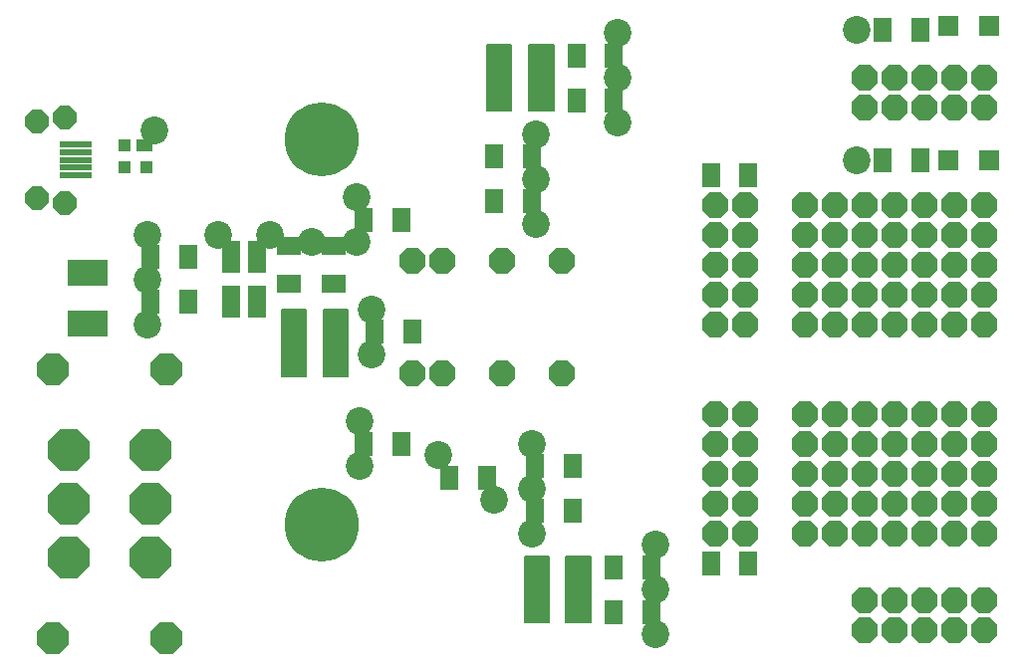
<source format=gts>
G75*
%MOIN*%
%OFA0B0*%
%FSLAX25Y25*%
%IPPOS*%
%LPD*%
%AMOC8*
5,1,8,0,0,1.08239X$1,22.5*
%
%ADD10OC8,0.08800*%
%ADD11R,0.10839X0.02375*%
%ADD12OC8,0.07800*%
%ADD13R,0.06312X0.07887*%
%ADD14R,0.05524X0.04343*%
%ADD15R,0.03950X0.04343*%
%ADD16R,0.13792X0.08792*%
%ADD17R,0.06706X0.06706*%
%ADD18OC8,0.13800*%
%ADD19OC8,0.10550*%
%ADD20R,0.01800X0.01800*%
%ADD21C,0.00500*%
%ADD22R,0.05918X0.10643*%
%ADD23R,0.07887X0.06312*%
%ADD24C,0.24800*%
%ADD25C,0.09300*%
D10*
X0142500Y0101500D03*
X0152500Y0101500D03*
X0172500Y0101500D03*
X0192500Y0101500D03*
X0243750Y0087750D03*
X0253750Y0087750D03*
X0253750Y0077750D03*
X0243750Y0077750D03*
X0243750Y0067750D03*
X0253750Y0067750D03*
X0253750Y0057750D03*
X0243750Y0057750D03*
X0243750Y0047750D03*
X0253750Y0047750D03*
X0273750Y0047750D03*
X0283750Y0047750D03*
X0293750Y0047750D03*
X0303750Y0047750D03*
X0313750Y0047750D03*
X0323750Y0047750D03*
X0333750Y0047750D03*
X0333750Y0057750D03*
X0323750Y0057750D03*
X0313750Y0057750D03*
X0303750Y0057750D03*
X0293750Y0057750D03*
X0283750Y0057750D03*
X0273750Y0057750D03*
X0273750Y0067750D03*
X0283750Y0067750D03*
X0293750Y0067750D03*
X0303750Y0067750D03*
X0313750Y0067750D03*
X0323750Y0067750D03*
X0333750Y0067750D03*
X0333750Y0077750D03*
X0323750Y0077750D03*
X0313750Y0077750D03*
X0303750Y0077750D03*
X0293750Y0077750D03*
X0283750Y0077750D03*
X0273750Y0077750D03*
X0273750Y0087750D03*
X0283750Y0087750D03*
X0293750Y0087750D03*
X0303750Y0087750D03*
X0313750Y0087750D03*
X0323750Y0087750D03*
X0333750Y0087750D03*
X0333750Y0117750D03*
X0323750Y0117750D03*
X0313750Y0117750D03*
X0303750Y0117750D03*
X0293750Y0117750D03*
X0283750Y0117750D03*
X0273750Y0117750D03*
X0273750Y0127750D03*
X0283750Y0127750D03*
X0293750Y0127750D03*
X0303750Y0127750D03*
X0313750Y0127750D03*
X0323750Y0127750D03*
X0333750Y0127750D03*
X0333750Y0137750D03*
X0323750Y0137750D03*
X0313750Y0137750D03*
X0303750Y0137750D03*
X0293750Y0137750D03*
X0283750Y0137750D03*
X0273750Y0137750D03*
X0273750Y0147750D03*
X0283750Y0147750D03*
X0293750Y0147750D03*
X0303750Y0147750D03*
X0313750Y0147750D03*
X0323750Y0147750D03*
X0333750Y0147750D03*
X0333750Y0157750D03*
X0323750Y0157750D03*
X0313750Y0157750D03*
X0303750Y0157750D03*
X0293750Y0157750D03*
X0283750Y0157750D03*
X0273750Y0157750D03*
X0253750Y0157750D03*
X0243750Y0157750D03*
X0243750Y0147750D03*
X0253750Y0147750D03*
X0253750Y0137750D03*
X0243750Y0137750D03*
X0243750Y0127750D03*
X0253750Y0127750D03*
X0253750Y0117750D03*
X0243750Y0117750D03*
X0192500Y0139000D03*
X0172500Y0139000D03*
X0152500Y0139000D03*
X0142500Y0139000D03*
X0293750Y0190250D03*
X0303750Y0190250D03*
X0313750Y0190250D03*
X0323750Y0190250D03*
X0333750Y0190250D03*
X0333750Y0200250D03*
X0323750Y0200250D03*
X0313750Y0200250D03*
X0303750Y0200250D03*
X0293750Y0200250D03*
X0293750Y0025250D03*
X0303750Y0025250D03*
X0313750Y0025250D03*
X0323750Y0025250D03*
X0333750Y0025250D03*
X0333750Y0015250D03*
X0323750Y0015250D03*
X0313750Y0015250D03*
X0303750Y0015250D03*
X0293750Y0015250D03*
D11*
X0029852Y0167632D03*
X0029852Y0170191D03*
X0029852Y0172750D03*
X0029852Y0175309D03*
X0029852Y0177868D03*
D12*
X0026407Y0186982D03*
X0016959Y0185565D03*
X0016959Y0159935D03*
X0026407Y0158518D03*
D13*
X0054951Y0140250D03*
X0067549Y0140250D03*
X0067549Y0125250D03*
X0054951Y0125250D03*
X0126201Y0152750D03*
X0138799Y0152750D03*
X0169951Y0159000D03*
X0182549Y0159000D03*
X0182549Y0174000D03*
X0169951Y0174000D03*
X0197451Y0192750D03*
X0210049Y0192750D03*
X0210049Y0207750D03*
X0197451Y0207750D03*
X0242451Y0167750D03*
X0255049Y0167750D03*
X0299951Y0172750D03*
X0312549Y0172750D03*
X0312549Y0216500D03*
X0299951Y0216500D03*
X0142549Y0115250D03*
X0129951Y0115250D03*
X0126201Y0077750D03*
X0138799Y0077750D03*
X0154951Y0066500D03*
X0167549Y0066500D03*
X0183701Y0070250D03*
X0196299Y0070250D03*
X0196299Y0055250D03*
X0183701Y0055250D03*
X0209951Y0036500D03*
X0222549Y0036500D03*
X0222549Y0021500D03*
X0209951Y0021500D03*
X0242451Y0037750D03*
X0255049Y0037750D03*
D14*
X0052953Y0177543D03*
D15*
X0046260Y0177543D03*
X0046260Y0170457D03*
X0053740Y0170457D03*
D16*
X0033750Y0135004D03*
X0033750Y0117996D03*
D17*
X0321860Y0172750D03*
X0335640Y0172750D03*
X0335640Y0217750D03*
X0321860Y0217750D03*
D18*
X0054850Y0075850D03*
X0054850Y0057750D03*
X0027650Y0057750D03*
X0027650Y0075850D03*
X0027650Y0039650D03*
X0054850Y0039650D03*
D19*
X0022150Y0012750D03*
X0060350Y0012750D03*
X0060350Y0102750D03*
X0022150Y0102750D03*
D20*
X0100000Y0111500D03*
X0120000Y0111500D03*
X0181250Y0029000D03*
X0201250Y0029000D03*
X0188750Y0200250D03*
X0168750Y0200250D03*
D21*
X0167726Y0200160D02*
X0175600Y0200160D01*
X0175600Y0199662D02*
X0167726Y0199662D01*
X0167726Y0199163D02*
X0175600Y0199163D01*
X0175600Y0198665D02*
X0167726Y0198665D01*
X0167726Y0198166D02*
X0175600Y0198166D01*
X0175600Y0197668D02*
X0167726Y0197668D01*
X0167726Y0197169D02*
X0175600Y0197169D01*
X0175600Y0196671D02*
X0167726Y0196671D01*
X0167726Y0196172D02*
X0175600Y0196172D01*
X0175600Y0195674D02*
X0167726Y0195674D01*
X0167726Y0195175D02*
X0175600Y0195175D01*
X0175600Y0194677D02*
X0167726Y0194677D01*
X0167726Y0194178D02*
X0175600Y0194178D01*
X0175600Y0193680D02*
X0167726Y0193680D01*
X0167726Y0193181D02*
X0175600Y0193181D01*
X0175600Y0192683D02*
X0167726Y0192683D01*
X0167726Y0192184D02*
X0175600Y0192184D01*
X0175600Y0191686D02*
X0167726Y0191686D01*
X0167726Y0191187D02*
X0175600Y0191187D01*
X0175600Y0190689D02*
X0167726Y0190689D01*
X0167726Y0190190D02*
X0175600Y0190190D01*
X0175600Y0189692D02*
X0167726Y0189692D01*
X0167726Y0189226D02*
X0175600Y0189226D01*
X0175600Y0211274D01*
X0167726Y0211274D01*
X0167726Y0189226D01*
X0181506Y0189226D02*
X0189774Y0189226D01*
X0189774Y0211274D01*
X0181506Y0211274D01*
X0181506Y0189226D01*
X0181506Y0189692D02*
X0189774Y0189692D01*
X0189774Y0190190D02*
X0181506Y0190190D01*
X0181506Y0190689D02*
X0189774Y0190689D01*
X0189774Y0191187D02*
X0181506Y0191187D01*
X0181506Y0191686D02*
X0189774Y0191686D01*
X0189774Y0192184D02*
X0181506Y0192184D01*
X0181506Y0192683D02*
X0189774Y0192683D01*
X0189774Y0193181D02*
X0181506Y0193181D01*
X0181506Y0193680D02*
X0189774Y0193680D01*
X0189774Y0194178D02*
X0181506Y0194178D01*
X0181506Y0194677D02*
X0189774Y0194677D01*
X0189774Y0195175D02*
X0181506Y0195175D01*
X0181506Y0195674D02*
X0189774Y0195674D01*
X0189774Y0196172D02*
X0181506Y0196172D01*
X0181506Y0196671D02*
X0189774Y0196671D01*
X0189774Y0197169D02*
X0181506Y0197169D01*
X0181506Y0197668D02*
X0189774Y0197668D01*
X0189774Y0198166D02*
X0181506Y0198166D01*
X0181506Y0198665D02*
X0189774Y0198665D01*
X0189774Y0199163D02*
X0181506Y0199163D01*
X0181506Y0199662D02*
X0189774Y0199662D01*
X0189774Y0200160D02*
X0181506Y0200160D01*
X0181506Y0200659D02*
X0189774Y0200659D01*
X0189774Y0201158D02*
X0181506Y0201158D01*
X0181506Y0201656D02*
X0189774Y0201656D01*
X0189774Y0202155D02*
X0181506Y0202155D01*
X0181506Y0202653D02*
X0189774Y0202653D01*
X0189774Y0203152D02*
X0181506Y0203152D01*
X0181506Y0203650D02*
X0189774Y0203650D01*
X0189774Y0204149D02*
X0181506Y0204149D01*
X0181506Y0204647D02*
X0189774Y0204647D01*
X0189774Y0205146D02*
X0181506Y0205146D01*
X0181506Y0205644D02*
X0189774Y0205644D01*
X0189774Y0206143D02*
X0181506Y0206143D01*
X0181506Y0206641D02*
X0189774Y0206641D01*
X0189774Y0207140D02*
X0181506Y0207140D01*
X0181506Y0207638D02*
X0189774Y0207638D01*
X0189774Y0208137D02*
X0181506Y0208137D01*
X0181506Y0208635D02*
X0189774Y0208635D01*
X0189774Y0209134D02*
X0181506Y0209134D01*
X0181506Y0209632D02*
X0189774Y0209632D01*
X0189774Y0210131D02*
X0181506Y0210131D01*
X0181506Y0210629D02*
X0189774Y0210629D01*
X0189774Y0211128D02*
X0181506Y0211128D01*
X0175600Y0211128D02*
X0167726Y0211128D01*
X0167726Y0210629D02*
X0175600Y0210629D01*
X0175600Y0210131D02*
X0167726Y0210131D01*
X0167726Y0209632D02*
X0175600Y0209632D01*
X0175600Y0209134D02*
X0167726Y0209134D01*
X0167726Y0208635D02*
X0175600Y0208635D01*
X0175600Y0208137D02*
X0167726Y0208137D01*
X0167726Y0207638D02*
X0175600Y0207638D01*
X0175600Y0207140D02*
X0167726Y0207140D01*
X0167726Y0206641D02*
X0175600Y0206641D01*
X0175600Y0206143D02*
X0167726Y0206143D01*
X0167726Y0205644D02*
X0175600Y0205644D01*
X0175600Y0205146D02*
X0167726Y0205146D01*
X0167726Y0204647D02*
X0175600Y0204647D01*
X0175600Y0204149D02*
X0167726Y0204149D01*
X0167726Y0203650D02*
X0175600Y0203650D01*
X0175600Y0203152D02*
X0167726Y0203152D01*
X0167726Y0202653D02*
X0175600Y0202653D01*
X0175600Y0202155D02*
X0167726Y0202155D01*
X0167726Y0201656D02*
X0175600Y0201656D01*
X0175600Y0201158D02*
X0167726Y0201158D01*
X0167726Y0200659D02*
X0175600Y0200659D01*
X0121024Y0122524D02*
X0112756Y0122524D01*
X0112756Y0100476D01*
X0121024Y0100476D01*
X0121024Y0122524D01*
X0121024Y0122393D02*
X0112756Y0122393D01*
X0112756Y0121894D02*
X0121024Y0121894D01*
X0121024Y0121396D02*
X0112756Y0121396D01*
X0112756Y0120897D02*
X0121024Y0120897D01*
X0121024Y0120399D02*
X0112756Y0120399D01*
X0112756Y0119900D02*
X0121024Y0119900D01*
X0121024Y0119402D02*
X0112756Y0119402D01*
X0112756Y0118903D02*
X0121024Y0118903D01*
X0121024Y0118405D02*
X0112756Y0118405D01*
X0112756Y0117906D02*
X0121024Y0117906D01*
X0121024Y0117408D02*
X0112756Y0117408D01*
X0112756Y0116909D02*
X0121024Y0116909D01*
X0121024Y0116411D02*
X0112756Y0116411D01*
X0112756Y0115912D02*
X0121024Y0115912D01*
X0121024Y0115414D02*
X0112756Y0115414D01*
X0112756Y0114915D02*
X0121024Y0114915D01*
X0121024Y0114417D02*
X0112756Y0114417D01*
X0112756Y0113918D02*
X0121024Y0113918D01*
X0121024Y0113420D02*
X0112756Y0113420D01*
X0112756Y0112921D02*
X0121024Y0112921D01*
X0121024Y0112422D02*
X0112756Y0112422D01*
X0112756Y0111924D02*
X0121024Y0111924D01*
X0121024Y0111425D02*
X0112756Y0111425D01*
X0112756Y0110927D02*
X0121024Y0110927D01*
X0121024Y0110428D02*
X0112756Y0110428D01*
X0112756Y0109930D02*
X0121024Y0109930D01*
X0121024Y0109431D02*
X0112756Y0109431D01*
X0112756Y0108933D02*
X0121024Y0108933D01*
X0121024Y0108434D02*
X0112756Y0108434D01*
X0112756Y0107936D02*
X0121024Y0107936D01*
X0121024Y0107437D02*
X0112756Y0107437D01*
X0112756Y0106939D02*
X0121024Y0106939D01*
X0121024Y0106440D02*
X0112756Y0106440D01*
X0112756Y0105942D02*
X0121024Y0105942D01*
X0121024Y0105443D02*
X0112756Y0105443D01*
X0112756Y0104945D02*
X0121024Y0104945D01*
X0121024Y0104446D02*
X0112756Y0104446D01*
X0112756Y0103948D02*
X0121024Y0103948D01*
X0121024Y0103449D02*
X0112756Y0103449D01*
X0112756Y0102951D02*
X0121024Y0102951D01*
X0121024Y0102452D02*
X0112756Y0102452D01*
X0112756Y0101954D02*
X0121024Y0101954D01*
X0121024Y0101455D02*
X0112756Y0101455D01*
X0112756Y0100957D02*
X0121024Y0100957D01*
X0106850Y0100957D02*
X0098976Y0100957D01*
X0098976Y0100476D02*
X0106850Y0100476D01*
X0106850Y0122524D01*
X0098976Y0122524D01*
X0098976Y0100476D01*
X0098976Y0101455D02*
X0106850Y0101455D01*
X0106850Y0101954D02*
X0098976Y0101954D01*
X0098976Y0102452D02*
X0106850Y0102452D01*
X0106850Y0102951D02*
X0098976Y0102951D01*
X0098976Y0103449D02*
X0106850Y0103449D01*
X0106850Y0103948D02*
X0098976Y0103948D01*
X0098976Y0104446D02*
X0106850Y0104446D01*
X0106850Y0104945D02*
X0098976Y0104945D01*
X0098976Y0105443D02*
X0106850Y0105443D01*
X0106850Y0105942D02*
X0098976Y0105942D01*
X0098976Y0106440D02*
X0106850Y0106440D01*
X0106850Y0106939D02*
X0098976Y0106939D01*
X0098976Y0107437D02*
X0106850Y0107437D01*
X0106850Y0107936D02*
X0098976Y0107936D01*
X0098976Y0108434D02*
X0106850Y0108434D01*
X0106850Y0108933D02*
X0098976Y0108933D01*
X0098976Y0109431D02*
X0106850Y0109431D01*
X0106850Y0109930D02*
X0098976Y0109930D01*
X0098976Y0110428D02*
X0106850Y0110428D01*
X0106850Y0110927D02*
X0098976Y0110927D01*
X0098976Y0111425D02*
X0106850Y0111425D01*
X0106850Y0111924D02*
X0098976Y0111924D01*
X0098976Y0112422D02*
X0106850Y0112422D01*
X0106850Y0112921D02*
X0098976Y0112921D01*
X0098976Y0113420D02*
X0106850Y0113420D01*
X0106850Y0113918D02*
X0098976Y0113918D01*
X0098976Y0114417D02*
X0106850Y0114417D01*
X0106850Y0114915D02*
X0098976Y0114915D01*
X0098976Y0115414D02*
X0106850Y0115414D01*
X0106850Y0115912D02*
X0098976Y0115912D01*
X0098976Y0116411D02*
X0106850Y0116411D01*
X0106850Y0116909D02*
X0098976Y0116909D01*
X0098976Y0117408D02*
X0106850Y0117408D01*
X0106850Y0117906D02*
X0098976Y0117906D01*
X0098976Y0118405D02*
X0106850Y0118405D01*
X0106850Y0118903D02*
X0098976Y0118903D01*
X0098976Y0119402D02*
X0106850Y0119402D01*
X0106850Y0119900D02*
X0098976Y0119900D01*
X0098976Y0120399D02*
X0106850Y0120399D01*
X0106850Y0120897D02*
X0098976Y0120897D01*
X0098976Y0121396D02*
X0106850Y0121396D01*
X0106850Y0121894D02*
X0098976Y0121894D01*
X0098976Y0122393D02*
X0106850Y0122393D01*
X0180226Y0040024D02*
X0188100Y0040024D01*
X0188100Y0017976D01*
X0180226Y0017976D01*
X0180226Y0040024D01*
X0180226Y0039640D02*
X0188100Y0039640D01*
X0188100Y0039141D02*
X0180226Y0039141D01*
X0180226Y0038643D02*
X0188100Y0038643D01*
X0188100Y0038144D02*
X0180226Y0038144D01*
X0180226Y0037646D02*
X0188100Y0037646D01*
X0188100Y0037147D02*
X0180226Y0037147D01*
X0180226Y0036649D02*
X0188100Y0036649D01*
X0188100Y0036150D02*
X0180226Y0036150D01*
X0180226Y0035652D02*
X0188100Y0035652D01*
X0188100Y0035153D02*
X0180226Y0035153D01*
X0180226Y0034655D02*
X0188100Y0034655D01*
X0188100Y0034156D02*
X0180226Y0034156D01*
X0180226Y0033658D02*
X0188100Y0033658D01*
X0188100Y0033159D02*
X0180226Y0033159D01*
X0180226Y0032661D02*
X0188100Y0032661D01*
X0188100Y0032162D02*
X0180226Y0032162D01*
X0180226Y0031664D02*
X0188100Y0031664D01*
X0188100Y0031165D02*
X0180226Y0031165D01*
X0180226Y0030667D02*
X0188100Y0030667D01*
X0188100Y0030168D02*
X0180226Y0030168D01*
X0180226Y0029670D02*
X0188100Y0029670D01*
X0188100Y0029171D02*
X0180226Y0029171D01*
X0180226Y0028673D02*
X0188100Y0028673D01*
X0188100Y0028174D02*
X0180226Y0028174D01*
X0180226Y0027676D02*
X0188100Y0027676D01*
X0188100Y0027177D02*
X0180226Y0027177D01*
X0180226Y0026679D02*
X0188100Y0026679D01*
X0188100Y0026180D02*
X0180226Y0026180D01*
X0180226Y0025682D02*
X0188100Y0025682D01*
X0188100Y0025183D02*
X0180226Y0025183D01*
X0180226Y0024684D02*
X0188100Y0024684D01*
X0188100Y0024186D02*
X0180226Y0024186D01*
X0180226Y0023687D02*
X0188100Y0023687D01*
X0188100Y0023189D02*
X0180226Y0023189D01*
X0180226Y0022690D02*
X0188100Y0022690D01*
X0188100Y0022192D02*
X0180226Y0022192D01*
X0180226Y0021693D02*
X0188100Y0021693D01*
X0188100Y0021195D02*
X0180226Y0021195D01*
X0180226Y0020696D02*
X0188100Y0020696D01*
X0188100Y0020198D02*
X0180226Y0020198D01*
X0180226Y0019699D02*
X0188100Y0019699D01*
X0188100Y0019201D02*
X0180226Y0019201D01*
X0180226Y0018702D02*
X0188100Y0018702D01*
X0188100Y0018204D02*
X0180226Y0018204D01*
X0194006Y0018204D02*
X0202274Y0018204D01*
X0202274Y0017976D02*
X0194006Y0017976D01*
X0194006Y0040024D01*
X0202274Y0040024D01*
X0202274Y0017976D01*
X0202274Y0018702D02*
X0194006Y0018702D01*
X0194006Y0019201D02*
X0202274Y0019201D01*
X0202274Y0019699D02*
X0194006Y0019699D01*
X0194006Y0020198D02*
X0202274Y0020198D01*
X0202274Y0020696D02*
X0194006Y0020696D01*
X0194006Y0021195D02*
X0202274Y0021195D01*
X0202274Y0021693D02*
X0194006Y0021693D01*
X0194006Y0022192D02*
X0202274Y0022192D01*
X0202274Y0022690D02*
X0194006Y0022690D01*
X0194006Y0023189D02*
X0202274Y0023189D01*
X0202274Y0023687D02*
X0194006Y0023687D01*
X0194006Y0024186D02*
X0202274Y0024186D01*
X0202274Y0024684D02*
X0194006Y0024684D01*
X0194006Y0025183D02*
X0202274Y0025183D01*
X0202274Y0025682D02*
X0194006Y0025682D01*
X0194006Y0026180D02*
X0202274Y0026180D01*
X0202274Y0026679D02*
X0194006Y0026679D01*
X0194006Y0027177D02*
X0202274Y0027177D01*
X0202274Y0027676D02*
X0194006Y0027676D01*
X0194006Y0028174D02*
X0202274Y0028174D01*
X0202274Y0028673D02*
X0194006Y0028673D01*
X0194006Y0029171D02*
X0202274Y0029171D01*
X0202274Y0029670D02*
X0194006Y0029670D01*
X0194006Y0030168D02*
X0202274Y0030168D01*
X0202274Y0030667D02*
X0194006Y0030667D01*
X0194006Y0031165D02*
X0202274Y0031165D01*
X0202274Y0031664D02*
X0194006Y0031664D01*
X0194006Y0032162D02*
X0202274Y0032162D01*
X0202274Y0032661D02*
X0194006Y0032661D01*
X0194006Y0033159D02*
X0202274Y0033159D01*
X0202274Y0033658D02*
X0194006Y0033658D01*
X0194006Y0034156D02*
X0202274Y0034156D01*
X0202274Y0034655D02*
X0194006Y0034655D01*
X0194006Y0035153D02*
X0202274Y0035153D01*
X0202274Y0035652D02*
X0194006Y0035652D01*
X0194006Y0036150D02*
X0202274Y0036150D01*
X0202274Y0036649D02*
X0194006Y0036649D01*
X0194006Y0037147D02*
X0202274Y0037147D01*
X0202274Y0037646D02*
X0194006Y0037646D01*
X0194006Y0038144D02*
X0202274Y0038144D01*
X0202274Y0038643D02*
X0194006Y0038643D01*
X0194006Y0039141D02*
X0202274Y0039141D01*
X0202274Y0039640D02*
X0194006Y0039640D01*
D22*
X0090581Y0125270D03*
X0081919Y0125270D03*
X0081919Y0140230D03*
X0090581Y0140230D03*
D23*
X0101250Y0144049D03*
X0116250Y0144049D03*
X0116250Y0131451D03*
X0101250Y0131451D03*
D24*
X0112250Y0179750D03*
X0112250Y0050750D03*
D25*
X0125000Y0070250D03*
X0125000Y0085250D03*
X0151250Y0074000D03*
X0170000Y0059000D03*
X0182500Y0062750D03*
X0182500Y0077750D03*
X0182500Y0047750D03*
X0223750Y0044000D03*
X0223750Y0029000D03*
X0223750Y0014000D03*
X0128750Y0107750D03*
X0128750Y0122750D03*
X0123750Y0145250D03*
X0108750Y0145250D03*
X0095000Y0147750D03*
X0077500Y0147750D03*
X0053750Y0147750D03*
X0053750Y0132750D03*
X0053750Y0117750D03*
X0123750Y0160250D03*
X0183750Y0166500D03*
X0183750Y0181500D03*
X0211250Y0185250D03*
X0211250Y0200250D03*
X0211250Y0215250D03*
X0291250Y0216500D03*
X0291250Y0172750D03*
X0183750Y0151500D03*
X0056250Y0182750D03*
M02*

</source>
